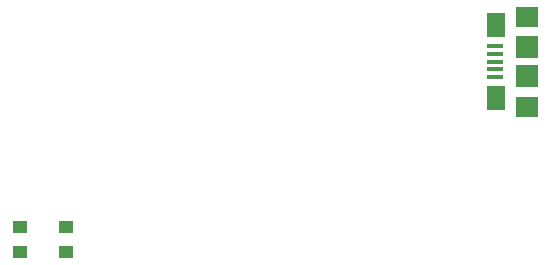
<source format=gtp>
G04*
G04 #@! TF.GenerationSoftware,Altium Limited,Altium Designer,21.0.8 (223)*
G04*
G04 Layer_Color=8421504*
%FSLAX25Y25*%
%MOIN*%
G70*
G04*
G04 #@! TF.SameCoordinates,E158979E-E8F5-4E42-ABDF-87379EC9601E*
G04*
G04*
G04 #@! TF.FilePolarity,Positive*
G04*
G01*
G75*
%ADD14R,0.07480X0.07480*%
%ADD15R,0.07480X0.07087*%
%ADD16R,0.05315X0.01575*%
%ADD17R,0.06299X0.08268*%
%ADD18R,0.04724X0.04331*%
D14*
X384500Y296400D02*
D03*
Y286951D02*
D03*
D15*
Y306636D02*
D03*
Y276715D02*
D03*
D16*
X373969Y291676D02*
D03*
Y289117D02*
D03*
Y286558D02*
D03*
Y294235D02*
D03*
Y296794D02*
D03*
D17*
X374461Y279471D02*
D03*
Y303880D02*
D03*
D18*
X215700Y228166D02*
D03*
Y236434D02*
D03*
X231100Y228166D02*
D03*
Y236434D02*
D03*
M02*

</source>
